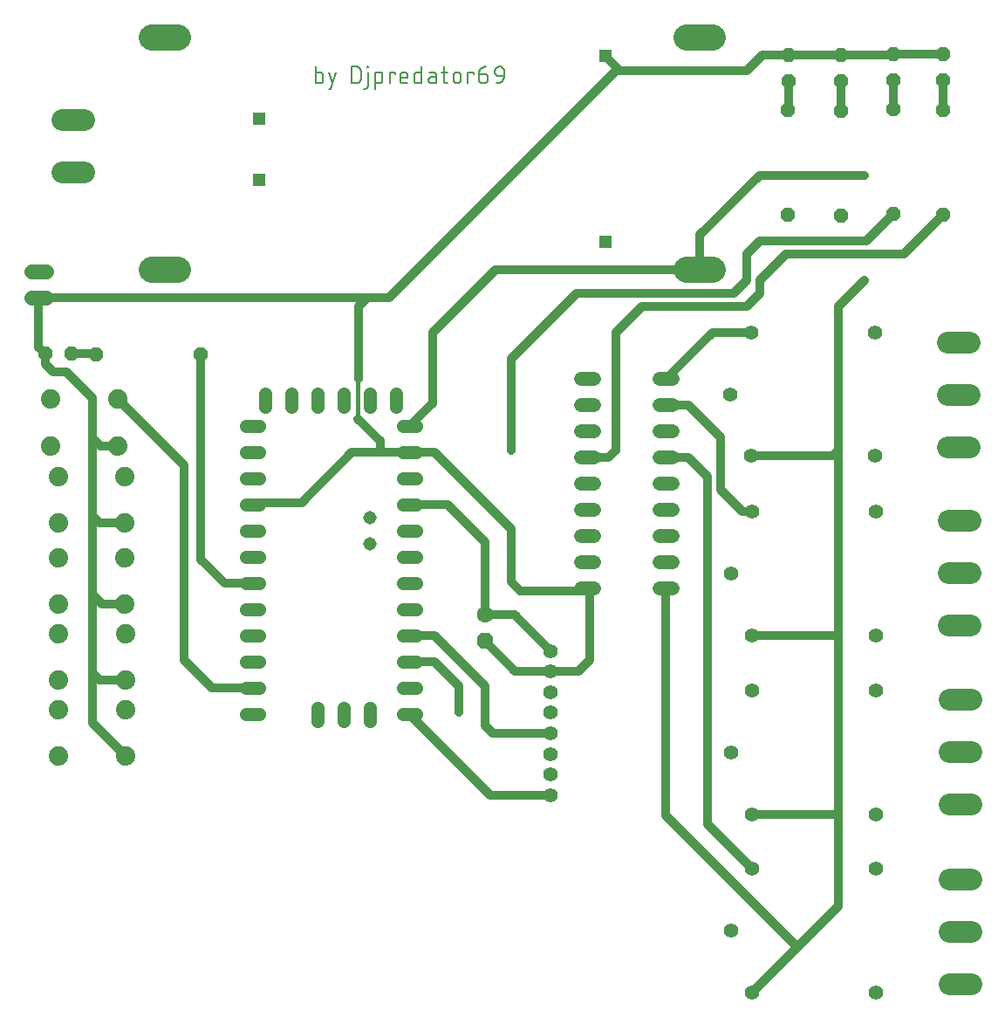
<source format=gbr>
G04 EAGLE Gerber RS-274X export*
G75*
%MOMM*%
%FSLAX34Y34*%
%LPD*%
%INBottom Copper*%
%IPPOS*%
%AMOC8*
5,1,8,0,0,1.08239X$1,22.5*%
G01*
%ADD10C,0.152400*%
%ADD11P,1.732040X8X292.500000*%
%ADD12C,1.600200*%
%ADD13C,2.540000*%
%ADD14P,1.429621X8X292.500000*%
%ADD15P,1.429621X8X112.500000*%
%ADD16C,1.879600*%
%ADD17C,1.422400*%
%ADD18C,1.308000*%
%ADD19C,1.308000*%
%ADD20R,1.308000X1.308000*%
%ADD21C,1.320800*%
%ADD22P,1.429621X8X202.500000*%
%ADD23P,1.429621X8X22.500000*%
%ADD24C,2.095500*%
%ADD25C,1.422400*%
%ADD26C,1.408000*%
%ADD27C,0.812800*%
%ADD28C,0.756400*%
%ADD29C,0.406400*%


D10*
X318262Y944118D02*
X318262Y927862D01*
X322778Y927862D01*
X322882Y927864D01*
X322985Y927870D01*
X323089Y927880D01*
X323192Y927894D01*
X323294Y927912D01*
X323395Y927933D01*
X323496Y927959D01*
X323595Y927988D01*
X323694Y928021D01*
X323791Y928058D01*
X323886Y928099D01*
X323980Y928143D01*
X324072Y928191D01*
X324162Y928242D01*
X324251Y928297D01*
X324337Y928355D01*
X324420Y928417D01*
X324502Y928481D01*
X324580Y928549D01*
X324656Y928619D01*
X324730Y928692D01*
X324800Y928769D01*
X324868Y928847D01*
X324932Y928929D01*
X324994Y929012D01*
X325052Y929098D01*
X325107Y929187D01*
X325158Y929277D01*
X325206Y929369D01*
X325250Y929463D01*
X325291Y929558D01*
X325328Y929655D01*
X325361Y929754D01*
X325390Y929853D01*
X325416Y929954D01*
X325437Y930055D01*
X325455Y930157D01*
X325469Y930260D01*
X325479Y930364D01*
X325485Y930467D01*
X325487Y930571D01*
X325487Y935990D01*
X325485Y936091D01*
X325479Y936192D01*
X325470Y936293D01*
X325457Y936394D01*
X325440Y936494D01*
X325419Y936593D01*
X325395Y936691D01*
X325367Y936788D01*
X325335Y936885D01*
X325300Y936980D01*
X325261Y937073D01*
X325219Y937165D01*
X325173Y937256D01*
X325124Y937345D01*
X325072Y937431D01*
X325016Y937516D01*
X324958Y937599D01*
X324896Y937679D01*
X324831Y937757D01*
X324764Y937833D01*
X324694Y937906D01*
X324621Y937976D01*
X324545Y938043D01*
X324467Y938108D01*
X324387Y938170D01*
X324304Y938228D01*
X324219Y938284D01*
X324133Y938336D01*
X324044Y938385D01*
X323953Y938431D01*
X323861Y938473D01*
X323768Y938512D01*
X323673Y938547D01*
X323576Y938579D01*
X323479Y938607D01*
X323381Y938631D01*
X323282Y938652D01*
X323182Y938669D01*
X323081Y938682D01*
X322980Y938691D01*
X322879Y938697D01*
X322778Y938699D01*
X318262Y938699D01*
X331215Y922443D02*
X333021Y922443D01*
X338440Y938699D01*
X331215Y938699D02*
X334827Y927862D01*
X353237Y927862D02*
X353237Y944118D01*
X357753Y944118D01*
X357884Y944116D01*
X358016Y944110D01*
X358147Y944101D01*
X358277Y944087D01*
X358408Y944070D01*
X358537Y944049D01*
X358666Y944025D01*
X358794Y943996D01*
X358922Y943964D01*
X359048Y943928D01*
X359173Y943889D01*
X359298Y943846D01*
X359420Y943799D01*
X359542Y943749D01*
X359662Y943695D01*
X359780Y943638D01*
X359896Y943577D01*
X360011Y943513D01*
X360124Y943446D01*
X360235Y943375D01*
X360343Y943301D01*
X360450Y943224D01*
X360554Y943144D01*
X360656Y943061D01*
X360755Y942976D01*
X360852Y942887D01*
X360946Y942795D01*
X361038Y942701D01*
X361127Y942604D01*
X361212Y942505D01*
X361295Y942403D01*
X361375Y942299D01*
X361452Y942192D01*
X361526Y942084D01*
X361597Y941973D01*
X361664Y941860D01*
X361728Y941745D01*
X361789Y941629D01*
X361846Y941511D01*
X361900Y941391D01*
X361950Y941269D01*
X361997Y941147D01*
X362040Y941022D01*
X362079Y940897D01*
X362115Y940771D01*
X362147Y940643D01*
X362176Y940515D01*
X362200Y940386D01*
X362221Y940257D01*
X362238Y940126D01*
X362252Y939996D01*
X362261Y939865D01*
X362267Y939733D01*
X362269Y939602D01*
X362268Y939602D02*
X362268Y932378D01*
X362269Y932378D02*
X362267Y932247D01*
X362261Y932115D01*
X362252Y931984D01*
X362238Y931854D01*
X362221Y931723D01*
X362200Y931594D01*
X362176Y931465D01*
X362147Y931337D01*
X362115Y931209D01*
X362079Y931083D01*
X362040Y930958D01*
X361997Y930833D01*
X361950Y930711D01*
X361900Y930589D01*
X361846Y930469D01*
X361789Y930351D01*
X361728Y930235D01*
X361664Y930120D01*
X361597Y930007D01*
X361526Y929896D01*
X361452Y929788D01*
X361375Y929681D01*
X361295Y929577D01*
X361212Y929475D01*
X361127Y929376D01*
X361038Y929279D01*
X360946Y929185D01*
X360852Y929093D01*
X360755Y929004D01*
X360656Y928919D01*
X360554Y928836D01*
X360450Y928756D01*
X360343Y928679D01*
X360235Y928605D01*
X360124Y928534D01*
X360011Y928467D01*
X359896Y928403D01*
X359780Y928342D01*
X359662Y928285D01*
X359542Y928231D01*
X359420Y928181D01*
X359298Y928134D01*
X359173Y928091D01*
X359048Y928052D01*
X358922Y928016D01*
X358794Y927984D01*
X358666Y927955D01*
X358537Y927931D01*
X358407Y927910D01*
X358277Y927893D01*
X358147Y927879D01*
X358016Y927870D01*
X357884Y927864D01*
X357753Y927862D01*
X353237Y927862D01*
X368973Y925153D02*
X368973Y938699D01*
X368972Y925153D02*
X368970Y925049D01*
X368964Y924946D01*
X368954Y924842D01*
X368940Y924739D01*
X368922Y924637D01*
X368901Y924536D01*
X368875Y924435D01*
X368846Y924336D01*
X368813Y924237D01*
X368776Y924140D01*
X368735Y924045D01*
X368691Y923951D01*
X368643Y923859D01*
X368592Y923769D01*
X368537Y923680D01*
X368479Y923594D01*
X368417Y923511D01*
X368353Y923429D01*
X368285Y923351D01*
X368215Y923275D01*
X368142Y923201D01*
X368065Y923131D01*
X367987Y923063D01*
X367905Y922999D01*
X367822Y922937D01*
X367736Y922879D01*
X367647Y922824D01*
X367557Y922773D01*
X367465Y922725D01*
X367371Y922681D01*
X367276Y922640D01*
X367179Y922603D01*
X367080Y922570D01*
X366981Y922541D01*
X366880Y922515D01*
X366779Y922494D01*
X366677Y922476D01*
X366574Y922462D01*
X366470Y922452D01*
X366367Y922446D01*
X366263Y922444D01*
X366263Y922443D02*
X365360Y922443D01*
X368521Y943215D02*
X368521Y944118D01*
X369424Y944118D01*
X369424Y943215D01*
X368521Y943215D01*
X376098Y938699D02*
X376098Y922443D01*
X376098Y938699D02*
X380613Y938699D01*
X380717Y938697D01*
X380820Y938691D01*
X380924Y938681D01*
X381027Y938667D01*
X381129Y938649D01*
X381230Y938628D01*
X381331Y938602D01*
X381430Y938573D01*
X381529Y938540D01*
X381626Y938503D01*
X381721Y938462D01*
X381815Y938418D01*
X381907Y938370D01*
X381997Y938319D01*
X382086Y938264D01*
X382172Y938206D01*
X382255Y938144D01*
X382337Y938080D01*
X382415Y938012D01*
X382491Y937942D01*
X382565Y937869D01*
X382635Y937792D01*
X382703Y937714D01*
X382767Y937632D01*
X382829Y937549D01*
X382887Y937463D01*
X382942Y937374D01*
X382993Y937284D01*
X383041Y937192D01*
X383085Y937098D01*
X383126Y937003D01*
X383163Y936906D01*
X383196Y936807D01*
X383225Y936708D01*
X383251Y936607D01*
X383272Y936506D01*
X383290Y936404D01*
X383304Y936301D01*
X383314Y936197D01*
X383320Y936094D01*
X383322Y935990D01*
X383322Y930571D01*
X383320Y930470D01*
X383314Y930369D01*
X383305Y930268D01*
X383292Y930167D01*
X383275Y930067D01*
X383254Y929968D01*
X383230Y929870D01*
X383202Y929773D01*
X383170Y929676D01*
X383135Y929581D01*
X383096Y929488D01*
X383054Y929396D01*
X383008Y929305D01*
X382959Y929217D01*
X382907Y929130D01*
X382851Y929045D01*
X382793Y928962D01*
X382731Y928882D01*
X382666Y928804D01*
X382599Y928728D01*
X382529Y928655D01*
X382456Y928585D01*
X382380Y928518D01*
X382302Y928453D01*
X382222Y928391D01*
X382139Y928333D01*
X382054Y928277D01*
X381968Y928225D01*
X381879Y928176D01*
X381788Y928130D01*
X381696Y928088D01*
X381603Y928049D01*
X381508Y928014D01*
X381411Y927982D01*
X381314Y927954D01*
X381216Y927930D01*
X381117Y927909D01*
X381017Y927892D01*
X380916Y927879D01*
X380815Y927870D01*
X380714Y927864D01*
X380613Y927862D01*
X376098Y927862D01*
X390177Y927862D02*
X390177Y938699D01*
X395596Y938699D01*
X395596Y936893D01*
X403222Y927862D02*
X407738Y927862D01*
X403222Y927862D02*
X403121Y927864D01*
X403020Y927870D01*
X402919Y927879D01*
X402818Y927892D01*
X402718Y927909D01*
X402619Y927930D01*
X402521Y927954D01*
X402424Y927982D01*
X402327Y928014D01*
X402232Y928049D01*
X402139Y928088D01*
X402047Y928130D01*
X401956Y928176D01*
X401868Y928225D01*
X401781Y928277D01*
X401696Y928333D01*
X401613Y928391D01*
X401533Y928453D01*
X401455Y928518D01*
X401379Y928585D01*
X401306Y928655D01*
X401236Y928728D01*
X401169Y928804D01*
X401104Y928882D01*
X401042Y928962D01*
X400984Y929045D01*
X400928Y929130D01*
X400876Y929217D01*
X400827Y929305D01*
X400781Y929396D01*
X400739Y929488D01*
X400700Y929581D01*
X400665Y929676D01*
X400633Y929773D01*
X400605Y929870D01*
X400581Y929968D01*
X400560Y930067D01*
X400543Y930167D01*
X400530Y930268D01*
X400521Y930369D01*
X400515Y930470D01*
X400513Y930571D01*
X400513Y935087D01*
X400514Y935087D02*
X400516Y935206D01*
X400522Y935326D01*
X400532Y935445D01*
X400546Y935563D01*
X400563Y935682D01*
X400585Y935799D01*
X400610Y935916D01*
X400640Y936031D01*
X400673Y936146D01*
X400710Y936260D01*
X400750Y936372D01*
X400795Y936483D01*
X400843Y936592D01*
X400894Y936700D01*
X400949Y936806D01*
X401008Y936910D01*
X401070Y937012D01*
X401135Y937112D01*
X401204Y937210D01*
X401276Y937306D01*
X401351Y937399D01*
X401428Y937489D01*
X401509Y937577D01*
X401593Y937662D01*
X401680Y937744D01*
X401769Y937824D01*
X401861Y937900D01*
X401955Y937974D01*
X402052Y938044D01*
X402150Y938111D01*
X402251Y938175D01*
X402355Y938235D01*
X402460Y938292D01*
X402567Y938345D01*
X402675Y938395D01*
X402785Y938441D01*
X402897Y938483D01*
X403010Y938522D01*
X403124Y938557D01*
X403239Y938588D01*
X403356Y938616D01*
X403473Y938639D01*
X403590Y938659D01*
X403709Y938675D01*
X403828Y938687D01*
X403947Y938695D01*
X404066Y938699D01*
X404186Y938699D01*
X404305Y938695D01*
X404424Y938687D01*
X404543Y938675D01*
X404662Y938659D01*
X404779Y938639D01*
X404896Y938616D01*
X405013Y938588D01*
X405128Y938557D01*
X405242Y938522D01*
X405355Y938483D01*
X405467Y938441D01*
X405577Y938395D01*
X405685Y938345D01*
X405792Y938292D01*
X405897Y938235D01*
X406001Y938175D01*
X406102Y938111D01*
X406200Y938044D01*
X406297Y937974D01*
X406391Y937900D01*
X406483Y937824D01*
X406572Y937744D01*
X406659Y937662D01*
X406743Y937577D01*
X406824Y937489D01*
X406901Y937399D01*
X406976Y937306D01*
X407048Y937210D01*
X407117Y937112D01*
X407182Y937012D01*
X407244Y936910D01*
X407303Y936806D01*
X407358Y936700D01*
X407409Y936592D01*
X407457Y936483D01*
X407502Y936372D01*
X407542Y936260D01*
X407579Y936146D01*
X407612Y936031D01*
X407642Y935916D01*
X407667Y935799D01*
X407689Y935682D01*
X407706Y935563D01*
X407720Y935445D01*
X407730Y935326D01*
X407736Y935206D01*
X407738Y935087D01*
X407738Y933281D01*
X400513Y933281D01*
X421212Y927862D02*
X421212Y944118D01*
X421212Y927862D02*
X416696Y927862D01*
X416595Y927864D01*
X416494Y927870D01*
X416393Y927879D01*
X416292Y927892D01*
X416192Y927909D01*
X416093Y927930D01*
X415995Y927954D01*
X415898Y927982D01*
X415801Y928014D01*
X415706Y928049D01*
X415613Y928088D01*
X415521Y928130D01*
X415430Y928176D01*
X415342Y928225D01*
X415255Y928277D01*
X415170Y928333D01*
X415087Y928391D01*
X415007Y928453D01*
X414929Y928518D01*
X414853Y928585D01*
X414780Y928655D01*
X414710Y928728D01*
X414643Y928804D01*
X414578Y928882D01*
X414516Y928962D01*
X414458Y929045D01*
X414402Y929130D01*
X414350Y929217D01*
X414301Y929305D01*
X414255Y929396D01*
X414213Y929488D01*
X414174Y929581D01*
X414139Y929676D01*
X414107Y929773D01*
X414079Y929870D01*
X414055Y929968D01*
X414034Y930067D01*
X414017Y930167D01*
X414004Y930268D01*
X413995Y930369D01*
X413989Y930470D01*
X413987Y930571D01*
X413987Y935990D01*
X413989Y936091D01*
X413995Y936192D01*
X414004Y936293D01*
X414017Y936394D01*
X414034Y936494D01*
X414055Y936593D01*
X414079Y936691D01*
X414107Y936788D01*
X414139Y936885D01*
X414174Y936980D01*
X414213Y937073D01*
X414255Y937165D01*
X414301Y937256D01*
X414350Y937345D01*
X414402Y937431D01*
X414458Y937516D01*
X414516Y937599D01*
X414578Y937679D01*
X414643Y937757D01*
X414710Y937833D01*
X414780Y937906D01*
X414853Y937976D01*
X414929Y938043D01*
X415007Y938108D01*
X415087Y938170D01*
X415170Y938228D01*
X415255Y938284D01*
X415342Y938336D01*
X415430Y938385D01*
X415521Y938431D01*
X415613Y938473D01*
X415706Y938512D01*
X415801Y938547D01*
X415898Y938579D01*
X415995Y938607D01*
X416093Y938631D01*
X416192Y938652D01*
X416292Y938669D01*
X416393Y938682D01*
X416494Y938691D01*
X416595Y938697D01*
X416696Y938699D01*
X421212Y938699D01*
X431216Y934184D02*
X435280Y934184D01*
X431216Y934184D02*
X431104Y934182D01*
X430993Y934176D01*
X430882Y934166D01*
X430771Y934153D01*
X430661Y934135D01*
X430552Y934113D01*
X430443Y934088D01*
X430335Y934059D01*
X430229Y934026D01*
X430123Y933989D01*
X430019Y933949D01*
X429917Y933905D01*
X429816Y933857D01*
X429717Y933806D01*
X429619Y933751D01*
X429524Y933693D01*
X429431Y933632D01*
X429340Y933567D01*
X429251Y933499D01*
X429165Y933428D01*
X429082Y933355D01*
X429001Y933278D01*
X428922Y933198D01*
X428847Y933116D01*
X428775Y933031D01*
X428705Y932944D01*
X428639Y932854D01*
X428576Y932762D01*
X428516Y932667D01*
X428460Y932571D01*
X428407Y932473D01*
X428358Y932373D01*
X428312Y932271D01*
X428270Y932168D01*
X428231Y932063D01*
X428196Y931957D01*
X428165Y931850D01*
X428138Y931742D01*
X428114Y931633D01*
X428095Y931523D01*
X428079Y931413D01*
X428067Y931302D01*
X428059Y931190D01*
X428055Y931079D01*
X428055Y930967D01*
X428059Y930856D01*
X428067Y930744D01*
X428079Y930633D01*
X428095Y930523D01*
X428114Y930413D01*
X428138Y930304D01*
X428165Y930196D01*
X428196Y930089D01*
X428231Y929983D01*
X428270Y929878D01*
X428312Y929775D01*
X428358Y929673D01*
X428407Y929573D01*
X428460Y929475D01*
X428516Y929379D01*
X428576Y929284D01*
X428639Y929192D01*
X428705Y929102D01*
X428775Y929015D01*
X428847Y928930D01*
X428922Y928848D01*
X429001Y928768D01*
X429082Y928691D01*
X429165Y928618D01*
X429251Y928547D01*
X429340Y928479D01*
X429431Y928414D01*
X429524Y928353D01*
X429619Y928295D01*
X429717Y928240D01*
X429816Y928189D01*
X429917Y928141D01*
X430019Y928097D01*
X430123Y928057D01*
X430229Y928020D01*
X430335Y927987D01*
X430443Y927958D01*
X430552Y927933D01*
X430661Y927911D01*
X430771Y927893D01*
X430882Y927880D01*
X430993Y927870D01*
X431104Y927864D01*
X431216Y927862D01*
X435280Y927862D01*
X435280Y935990D01*
X435278Y936091D01*
X435272Y936192D01*
X435263Y936293D01*
X435250Y936394D01*
X435233Y936494D01*
X435212Y936593D01*
X435188Y936691D01*
X435160Y936788D01*
X435128Y936885D01*
X435093Y936980D01*
X435054Y937073D01*
X435012Y937165D01*
X434966Y937256D01*
X434917Y937345D01*
X434865Y937431D01*
X434809Y937516D01*
X434751Y937599D01*
X434689Y937679D01*
X434624Y937757D01*
X434557Y937833D01*
X434487Y937906D01*
X434414Y937976D01*
X434338Y938043D01*
X434260Y938108D01*
X434180Y938170D01*
X434097Y938228D01*
X434012Y938284D01*
X433926Y938336D01*
X433837Y938385D01*
X433746Y938431D01*
X433654Y938473D01*
X433561Y938512D01*
X433466Y938547D01*
X433369Y938579D01*
X433272Y938607D01*
X433174Y938631D01*
X433075Y938652D01*
X432975Y938669D01*
X432874Y938682D01*
X432773Y938691D01*
X432672Y938697D01*
X432571Y938699D01*
X428958Y938699D01*
X440899Y938699D02*
X446318Y938699D01*
X442705Y944118D02*
X442705Y930571D01*
X442706Y930571D02*
X442708Y930470D01*
X442714Y930369D01*
X442723Y930268D01*
X442736Y930167D01*
X442753Y930067D01*
X442774Y929968D01*
X442798Y929870D01*
X442826Y929773D01*
X442858Y929676D01*
X442893Y929581D01*
X442932Y929488D01*
X442974Y929396D01*
X443020Y929305D01*
X443069Y929217D01*
X443121Y929130D01*
X443177Y929045D01*
X443235Y928962D01*
X443297Y928882D01*
X443362Y928804D01*
X443429Y928728D01*
X443499Y928655D01*
X443572Y928585D01*
X443648Y928518D01*
X443726Y928453D01*
X443806Y928391D01*
X443889Y928333D01*
X443974Y928277D01*
X444061Y928225D01*
X444149Y928176D01*
X444240Y928130D01*
X444332Y928088D01*
X444425Y928049D01*
X444520Y928014D01*
X444617Y927982D01*
X444714Y927954D01*
X444812Y927930D01*
X444911Y927909D01*
X445011Y927892D01*
X445112Y927879D01*
X445213Y927870D01*
X445314Y927864D01*
X445415Y927862D01*
X446318Y927862D01*
X452096Y931474D02*
X452096Y935087D01*
X452097Y935087D02*
X452099Y935206D01*
X452105Y935326D01*
X452115Y935445D01*
X452129Y935563D01*
X452146Y935682D01*
X452168Y935799D01*
X452193Y935916D01*
X452223Y936031D01*
X452256Y936146D01*
X452293Y936260D01*
X452333Y936372D01*
X452378Y936483D01*
X452426Y936592D01*
X452477Y936700D01*
X452532Y936806D01*
X452591Y936910D01*
X452653Y937012D01*
X452718Y937112D01*
X452787Y937210D01*
X452859Y937306D01*
X452934Y937399D01*
X453011Y937489D01*
X453092Y937577D01*
X453176Y937662D01*
X453263Y937744D01*
X453352Y937824D01*
X453444Y937900D01*
X453538Y937974D01*
X453635Y938044D01*
X453733Y938111D01*
X453834Y938175D01*
X453938Y938235D01*
X454043Y938292D01*
X454150Y938345D01*
X454258Y938395D01*
X454368Y938441D01*
X454480Y938483D01*
X454593Y938522D01*
X454707Y938557D01*
X454822Y938588D01*
X454939Y938616D01*
X455056Y938639D01*
X455173Y938659D01*
X455292Y938675D01*
X455411Y938687D01*
X455530Y938695D01*
X455649Y938699D01*
X455769Y938699D01*
X455888Y938695D01*
X456007Y938687D01*
X456126Y938675D01*
X456245Y938659D01*
X456362Y938639D01*
X456479Y938616D01*
X456596Y938588D01*
X456711Y938557D01*
X456825Y938522D01*
X456938Y938483D01*
X457050Y938441D01*
X457160Y938395D01*
X457268Y938345D01*
X457375Y938292D01*
X457480Y938235D01*
X457584Y938175D01*
X457685Y938111D01*
X457783Y938044D01*
X457880Y937974D01*
X457974Y937900D01*
X458066Y937824D01*
X458155Y937744D01*
X458242Y937662D01*
X458326Y937577D01*
X458407Y937489D01*
X458484Y937399D01*
X458559Y937306D01*
X458631Y937210D01*
X458700Y937112D01*
X458765Y937012D01*
X458827Y936910D01*
X458886Y936806D01*
X458941Y936700D01*
X458992Y936592D01*
X459040Y936483D01*
X459085Y936372D01*
X459125Y936260D01*
X459162Y936146D01*
X459195Y936031D01*
X459225Y935916D01*
X459250Y935799D01*
X459272Y935682D01*
X459289Y935563D01*
X459303Y935445D01*
X459313Y935326D01*
X459319Y935206D01*
X459321Y935087D01*
X459321Y931474D01*
X459319Y931355D01*
X459313Y931235D01*
X459303Y931116D01*
X459289Y930998D01*
X459272Y930879D01*
X459250Y930762D01*
X459225Y930645D01*
X459195Y930530D01*
X459162Y930415D01*
X459125Y930301D01*
X459085Y930189D01*
X459040Y930078D01*
X458992Y929969D01*
X458941Y929861D01*
X458886Y929755D01*
X458827Y929651D01*
X458765Y929549D01*
X458700Y929449D01*
X458631Y929351D01*
X458559Y929255D01*
X458484Y929162D01*
X458407Y929072D01*
X458326Y928984D01*
X458242Y928899D01*
X458155Y928817D01*
X458066Y928737D01*
X457974Y928661D01*
X457880Y928587D01*
X457783Y928517D01*
X457685Y928450D01*
X457584Y928386D01*
X457480Y928326D01*
X457375Y928269D01*
X457268Y928216D01*
X457160Y928166D01*
X457050Y928120D01*
X456938Y928078D01*
X456825Y928039D01*
X456711Y928004D01*
X456596Y927973D01*
X456479Y927945D01*
X456362Y927922D01*
X456245Y927902D01*
X456126Y927886D01*
X456007Y927874D01*
X455888Y927866D01*
X455769Y927862D01*
X455649Y927862D01*
X455530Y927866D01*
X455411Y927874D01*
X455292Y927886D01*
X455173Y927902D01*
X455056Y927922D01*
X454939Y927945D01*
X454822Y927973D01*
X454707Y928004D01*
X454593Y928039D01*
X454480Y928078D01*
X454368Y928120D01*
X454258Y928166D01*
X454150Y928216D01*
X454043Y928269D01*
X453938Y928326D01*
X453834Y928386D01*
X453733Y928450D01*
X453635Y928517D01*
X453538Y928587D01*
X453444Y928661D01*
X453352Y928737D01*
X453263Y928817D01*
X453176Y928899D01*
X453092Y928984D01*
X453011Y929072D01*
X452934Y929162D01*
X452859Y929255D01*
X452787Y929351D01*
X452718Y929449D01*
X452653Y929549D01*
X452591Y929651D01*
X452532Y929755D01*
X452477Y929861D01*
X452426Y929969D01*
X452378Y930078D01*
X452333Y930189D01*
X452293Y930301D01*
X452256Y930415D01*
X452223Y930530D01*
X452193Y930645D01*
X452168Y930762D01*
X452146Y930879D01*
X452129Y930998D01*
X452115Y931116D01*
X452105Y931235D01*
X452099Y931355D01*
X452097Y931474D01*
X466249Y927862D02*
X466249Y938699D01*
X471668Y938699D01*
X471668Y936893D01*
X476724Y936893D02*
X482143Y936893D01*
X482261Y936891D01*
X482379Y936885D01*
X482497Y936876D01*
X482614Y936862D01*
X482731Y936845D01*
X482848Y936824D01*
X482963Y936799D01*
X483078Y936770D01*
X483192Y936737D01*
X483304Y936701D01*
X483415Y936661D01*
X483525Y936618D01*
X483634Y936571D01*
X483741Y936521D01*
X483846Y936466D01*
X483949Y936409D01*
X484050Y936348D01*
X484150Y936284D01*
X484247Y936217D01*
X484342Y936147D01*
X484434Y936073D01*
X484525Y935997D01*
X484612Y935917D01*
X484697Y935835D01*
X484779Y935750D01*
X484859Y935663D01*
X484935Y935572D01*
X485009Y935480D01*
X485079Y935385D01*
X485146Y935288D01*
X485210Y935188D01*
X485271Y935087D01*
X485328Y934984D01*
X485383Y934879D01*
X485433Y934772D01*
X485480Y934663D01*
X485523Y934553D01*
X485563Y934442D01*
X485599Y934330D01*
X485632Y934216D01*
X485661Y934101D01*
X485686Y933986D01*
X485707Y933869D01*
X485724Y933752D01*
X485738Y933635D01*
X485747Y933517D01*
X485753Y933399D01*
X485755Y933281D01*
X485755Y932378D01*
X485756Y932378D02*
X485754Y932245D01*
X485748Y932113D01*
X485738Y931981D01*
X485725Y931849D01*
X485707Y931717D01*
X485686Y931587D01*
X485661Y931456D01*
X485632Y931327D01*
X485599Y931199D01*
X485563Y931071D01*
X485523Y930945D01*
X485479Y930820D01*
X485431Y930696D01*
X485380Y930574D01*
X485325Y930453D01*
X485267Y930334D01*
X485205Y930216D01*
X485140Y930101D01*
X485071Y929987D01*
X485000Y929876D01*
X484924Y929767D01*
X484846Y929660D01*
X484765Y929555D01*
X484680Y929453D01*
X484593Y929353D01*
X484503Y929256D01*
X484410Y929161D01*
X484314Y929070D01*
X484216Y928981D01*
X484115Y928895D01*
X484011Y928812D01*
X483905Y928732D01*
X483797Y928656D01*
X483687Y928582D01*
X483574Y928512D01*
X483460Y928445D01*
X483343Y928382D01*
X483225Y928322D01*
X483105Y928265D01*
X482983Y928212D01*
X482860Y928163D01*
X482736Y928117D01*
X482610Y928075D01*
X482483Y928037D01*
X482355Y928002D01*
X482226Y927971D01*
X482097Y927944D01*
X481966Y927921D01*
X481835Y927901D01*
X481703Y927886D01*
X481571Y927874D01*
X481439Y927866D01*
X481306Y927862D01*
X481174Y927862D01*
X481041Y927866D01*
X480909Y927874D01*
X480777Y927886D01*
X480645Y927901D01*
X480514Y927921D01*
X480383Y927944D01*
X480254Y927971D01*
X480125Y928002D01*
X479997Y928037D01*
X479870Y928075D01*
X479744Y928117D01*
X479620Y928163D01*
X479497Y928212D01*
X479375Y928265D01*
X479255Y928322D01*
X479137Y928382D01*
X479020Y928445D01*
X478906Y928512D01*
X478793Y928582D01*
X478683Y928656D01*
X478575Y928732D01*
X478469Y928812D01*
X478365Y928895D01*
X478264Y928981D01*
X478166Y929070D01*
X478070Y929161D01*
X477977Y929256D01*
X477887Y929353D01*
X477800Y929453D01*
X477715Y929555D01*
X477634Y929660D01*
X477556Y929767D01*
X477480Y929876D01*
X477409Y929987D01*
X477340Y930101D01*
X477275Y930216D01*
X477213Y930334D01*
X477155Y930453D01*
X477100Y930574D01*
X477049Y930696D01*
X477001Y930820D01*
X476957Y930945D01*
X476917Y931071D01*
X476881Y931199D01*
X476848Y931327D01*
X476819Y931456D01*
X476794Y931587D01*
X476773Y931717D01*
X476755Y931849D01*
X476742Y931981D01*
X476732Y932113D01*
X476726Y932245D01*
X476724Y932378D01*
X476724Y936893D01*
X476726Y937070D01*
X476733Y937248D01*
X476744Y937425D01*
X476759Y937601D01*
X476778Y937777D01*
X476802Y937953D01*
X476830Y938128D01*
X476863Y938303D01*
X476900Y938476D01*
X476941Y938649D01*
X476986Y938820D01*
X477035Y938990D01*
X477089Y939159D01*
X477146Y939327D01*
X477208Y939493D01*
X477274Y939658D01*
X477344Y939821D01*
X477418Y939982D01*
X477495Y940141D01*
X477577Y940299D01*
X477663Y940454D01*
X477752Y940607D01*
X477845Y940758D01*
X477942Y940907D01*
X478042Y941053D01*
X478146Y941197D01*
X478253Y941338D01*
X478364Y941476D01*
X478478Y941612D01*
X478596Y941745D01*
X478716Y941875D01*
X478840Y942002D01*
X478967Y942126D01*
X479097Y942246D01*
X479230Y942364D01*
X479365Y942478D01*
X479504Y942589D01*
X479645Y942696D01*
X479789Y942800D01*
X479935Y942900D01*
X480084Y942997D01*
X480235Y943090D01*
X480388Y943179D01*
X480543Y943265D01*
X480701Y943347D01*
X480860Y943424D01*
X481021Y943498D01*
X481184Y943568D01*
X481349Y943634D01*
X481515Y943696D01*
X481683Y943753D01*
X481852Y943807D01*
X482022Y943856D01*
X482193Y943901D01*
X482366Y943942D01*
X482539Y943979D01*
X482714Y944012D01*
X482889Y944040D01*
X483065Y944064D01*
X483241Y944083D01*
X483417Y944098D01*
X483594Y944109D01*
X483772Y944116D01*
X483949Y944118D01*
X495968Y935087D02*
X501386Y935087D01*
X495968Y935087D02*
X495850Y935089D01*
X495732Y935095D01*
X495614Y935104D01*
X495497Y935118D01*
X495380Y935135D01*
X495263Y935156D01*
X495148Y935181D01*
X495033Y935210D01*
X494919Y935243D01*
X494807Y935279D01*
X494696Y935319D01*
X494586Y935362D01*
X494477Y935409D01*
X494370Y935459D01*
X494265Y935514D01*
X494162Y935571D01*
X494061Y935632D01*
X493961Y935696D01*
X493864Y935763D01*
X493769Y935833D01*
X493677Y935907D01*
X493586Y935983D01*
X493499Y936063D01*
X493414Y936145D01*
X493332Y936230D01*
X493252Y936317D01*
X493176Y936408D01*
X493102Y936500D01*
X493032Y936595D01*
X492965Y936692D01*
X492901Y936792D01*
X492840Y936893D01*
X492783Y936996D01*
X492728Y937101D01*
X492678Y937208D01*
X492631Y937317D01*
X492588Y937427D01*
X492548Y937538D01*
X492512Y937650D01*
X492479Y937764D01*
X492450Y937879D01*
X492425Y937994D01*
X492404Y938111D01*
X492387Y938228D01*
X492373Y938345D01*
X492364Y938463D01*
X492358Y938581D01*
X492356Y938699D01*
X492355Y938699D02*
X492355Y939602D01*
X492357Y939735D01*
X492363Y939867D01*
X492373Y939999D01*
X492386Y940131D01*
X492404Y940263D01*
X492425Y940393D01*
X492450Y940524D01*
X492479Y940653D01*
X492512Y940781D01*
X492548Y940909D01*
X492588Y941035D01*
X492632Y941160D01*
X492680Y941284D01*
X492731Y941406D01*
X492786Y941527D01*
X492844Y941646D01*
X492906Y941764D01*
X492971Y941879D01*
X493040Y941993D01*
X493111Y942104D01*
X493187Y942213D01*
X493265Y942320D01*
X493346Y942425D01*
X493431Y942527D01*
X493518Y942627D01*
X493608Y942724D01*
X493701Y942819D01*
X493797Y942910D01*
X493895Y942999D01*
X493996Y943085D01*
X494100Y943168D01*
X494206Y943248D01*
X494314Y943324D01*
X494424Y943398D01*
X494537Y943468D01*
X494651Y943535D01*
X494768Y943598D01*
X494886Y943658D01*
X495006Y943715D01*
X495128Y943768D01*
X495251Y943817D01*
X495375Y943863D01*
X495501Y943905D01*
X495628Y943943D01*
X495756Y943978D01*
X495885Y944009D01*
X496014Y944036D01*
X496145Y944059D01*
X496276Y944079D01*
X496408Y944094D01*
X496540Y944106D01*
X496672Y944114D01*
X496805Y944118D01*
X496937Y944118D01*
X497070Y944114D01*
X497202Y944106D01*
X497334Y944094D01*
X497466Y944079D01*
X497597Y944059D01*
X497728Y944036D01*
X497857Y944009D01*
X497986Y943978D01*
X498114Y943943D01*
X498241Y943905D01*
X498367Y943863D01*
X498491Y943817D01*
X498614Y943768D01*
X498736Y943715D01*
X498856Y943658D01*
X498974Y943598D01*
X499091Y943535D01*
X499205Y943468D01*
X499318Y943398D01*
X499428Y943324D01*
X499536Y943248D01*
X499642Y943168D01*
X499746Y943085D01*
X499847Y942999D01*
X499945Y942910D01*
X500041Y942819D01*
X500134Y942724D01*
X500224Y942627D01*
X500311Y942527D01*
X500396Y942425D01*
X500477Y942320D01*
X500555Y942213D01*
X500631Y942104D01*
X500702Y941993D01*
X500771Y941879D01*
X500836Y941764D01*
X500898Y941646D01*
X500956Y941527D01*
X501011Y941406D01*
X501062Y941284D01*
X501110Y941160D01*
X501154Y941035D01*
X501194Y940909D01*
X501230Y940781D01*
X501263Y940653D01*
X501292Y940524D01*
X501317Y940393D01*
X501338Y940263D01*
X501356Y940131D01*
X501369Y939999D01*
X501379Y939867D01*
X501385Y939735D01*
X501387Y939602D01*
X501386Y939602D02*
X501386Y935087D01*
X501384Y934912D01*
X501378Y934738D01*
X501367Y934564D01*
X501352Y934390D01*
X501333Y934216D01*
X501310Y934043D01*
X501283Y933871D01*
X501251Y933699D01*
X501216Y933528D01*
X501176Y933358D01*
X501132Y933189D01*
X501084Y933021D01*
X501032Y932854D01*
X500976Y932689D01*
X500916Y932525D01*
X500853Y932362D01*
X500785Y932202D01*
X500713Y932042D01*
X500638Y931885D01*
X500558Y931729D01*
X500475Y931576D01*
X500389Y931424D01*
X500298Y931275D01*
X500204Y931128D01*
X500107Y930983D01*
X500006Y930840D01*
X499902Y930700D01*
X499794Y930563D01*
X499683Y930428D01*
X499569Y930296D01*
X499452Y930167D01*
X499331Y930040D01*
X499208Y929917D01*
X499081Y929796D01*
X498952Y929679D01*
X498820Y929565D01*
X498685Y929454D01*
X498548Y929346D01*
X498408Y929242D01*
X498265Y929141D01*
X498120Y929044D01*
X497973Y928950D01*
X497824Y928859D01*
X497672Y928773D01*
X497519Y928690D01*
X497363Y928610D01*
X497206Y928535D01*
X497046Y928463D01*
X496886Y928395D01*
X496723Y928332D01*
X496559Y928272D01*
X496394Y928216D01*
X496227Y928164D01*
X496059Y928116D01*
X495890Y928072D01*
X495720Y928032D01*
X495549Y927997D01*
X495377Y927965D01*
X495205Y927938D01*
X495032Y927915D01*
X494858Y927896D01*
X494684Y927881D01*
X494510Y927870D01*
X494336Y927864D01*
X494161Y927862D01*
D11*
X482600Y386715D03*
D12*
X482600Y412115D03*
D13*
X184785Y972312D02*
X159385Y972312D01*
X159385Y747268D02*
X184785Y747268D01*
X678815Y972312D02*
X704215Y972312D01*
X704215Y747268D02*
X678815Y747268D01*
D14*
X777240Y955040D03*
X777240Y929640D03*
X828675Y955040D03*
X828675Y929640D03*
D15*
X776605Y800100D03*
X776605Y901700D03*
X828040Y799465D03*
X828040Y901065D03*
D16*
X133477Y501269D03*
X68453Y501269D03*
X133477Y546481D03*
X68453Y546481D03*
D17*
X546100Y377340D03*
X546100Y357340D03*
X546100Y337340D03*
X546100Y317340D03*
X546100Y297340D03*
X546100Y277340D03*
X546100Y257340D03*
X546100Y237340D03*
D18*
X269875Y613855D02*
X269875Y626935D01*
X295275Y626935D02*
X295275Y613855D01*
X320675Y613855D02*
X320675Y626935D01*
X346075Y626935D02*
X346075Y613855D01*
X371475Y613855D02*
X371475Y626935D01*
X396875Y626935D02*
X396875Y613855D01*
X263715Y594995D02*
X250635Y594995D01*
X250635Y569595D02*
X263715Y569595D01*
X263715Y544195D02*
X250635Y544195D01*
X250635Y518795D02*
X263715Y518795D01*
X263715Y493395D02*
X250635Y493395D01*
X250635Y467995D02*
X263715Y467995D01*
X263715Y442595D02*
X250635Y442595D01*
X250635Y417195D02*
X263715Y417195D01*
X263715Y391795D02*
X250635Y391795D01*
X250635Y366395D02*
X263715Y366395D01*
X263715Y340995D02*
X250635Y340995D01*
X250635Y315595D02*
X263715Y315595D01*
X403035Y594995D02*
X416115Y594995D01*
X416115Y569595D02*
X403035Y569595D01*
X403035Y544195D02*
X416115Y544195D01*
X416115Y518795D02*
X403035Y518795D01*
X403035Y493395D02*
X416115Y493395D01*
X416115Y467995D02*
X403035Y467995D01*
X403035Y442595D02*
X416115Y442595D01*
X416115Y417195D02*
X403035Y417195D01*
X403035Y391795D02*
X416115Y391795D01*
X416115Y366395D02*
X403035Y366395D01*
X403035Y340995D02*
X416115Y340995D01*
X416115Y315595D02*
X403035Y315595D01*
X371475Y322135D02*
X371475Y309055D01*
X346075Y309055D02*
X346075Y322135D01*
X320675Y322135D02*
X320675Y309055D01*
D19*
X371475Y506095D03*
X371475Y480695D03*
D20*
X263300Y834300D03*
X263300Y893300D03*
X599300Y954300D03*
X599300Y774300D03*
D21*
X588899Y640715D02*
X575691Y640715D01*
X575691Y615315D02*
X588899Y615315D01*
X588899Y488315D02*
X575691Y488315D01*
X575691Y462915D02*
X588899Y462915D01*
X588899Y589915D02*
X575691Y589915D01*
X575691Y564515D02*
X588899Y564515D01*
X588899Y513715D02*
X575691Y513715D01*
X575691Y539115D02*
X588899Y539115D01*
X588899Y437515D02*
X575691Y437515D01*
X651891Y437515D02*
X665099Y437515D01*
X665099Y462915D02*
X651891Y462915D01*
X651891Y488315D02*
X665099Y488315D01*
X665099Y513715D02*
X651891Y513715D01*
X651891Y539115D02*
X665099Y539115D01*
X665099Y564515D02*
X651891Y564515D01*
X651891Y589915D02*
X665099Y589915D01*
X665099Y615315D02*
X651891Y615315D01*
X651891Y640715D02*
X665099Y640715D01*
D16*
X133477Y422529D03*
X68453Y422529D03*
X133477Y467741D03*
X68453Y467741D03*
X134112Y348869D03*
X69088Y348869D03*
X134112Y394081D03*
X69088Y394081D03*
X134112Y275209D03*
X69088Y275209D03*
X134112Y320421D03*
X69088Y320421D03*
X126492Y576199D03*
X61468Y576199D03*
X126492Y621411D03*
X61468Y621411D03*
D15*
X878840Y800735D03*
X878840Y902335D03*
X927100Y800100D03*
X927100Y901700D03*
D14*
X878840Y955675D03*
X878840Y930275D03*
X927100Y955675D03*
X927100Y930275D03*
D22*
X207010Y664845D03*
X105410Y664845D03*
D23*
X55880Y665480D03*
X81280Y665480D03*
D24*
X72073Y892810D02*
X93028Y892810D01*
X93028Y842010D02*
X72073Y842010D01*
D25*
X56642Y720090D02*
X42418Y720090D01*
X42418Y745490D02*
X56642Y745490D01*
D26*
X861120Y566180D03*
X741120Y686180D03*
X721120Y626180D03*
X861120Y686180D03*
X741120Y566180D03*
X861755Y392190D03*
X741755Y512190D03*
X721755Y452190D03*
X861755Y512190D03*
X741755Y392190D03*
X861755Y218835D03*
X741755Y338835D03*
X721755Y278835D03*
X861755Y338835D03*
X741755Y218835D03*
X861755Y46115D03*
X741755Y166115D03*
X721755Y106115D03*
X861755Y166115D03*
X741755Y46115D03*
D24*
X931863Y574675D02*
X952818Y574675D01*
X952818Y625475D02*
X931863Y625475D01*
X931863Y676275D02*
X952818Y676275D01*
X953453Y401955D02*
X932498Y401955D01*
X932498Y452755D02*
X953453Y452755D01*
X953453Y503555D02*
X932498Y503555D01*
X933133Y228600D02*
X954088Y228600D01*
X954088Y279400D02*
X933133Y279400D01*
X933133Y330200D02*
X954088Y330200D01*
X954088Y54610D02*
X933133Y54610D01*
X933133Y105410D02*
X954088Y105410D01*
X954088Y156210D02*
X933133Y156210D01*
D27*
X852805Y774700D02*
X878840Y800735D01*
X852805Y774700D02*
X749300Y774700D01*
X736600Y762000D01*
X736600Y736600D01*
X723900Y723900D01*
X571500Y723900D02*
X508000Y660400D01*
X508000Y571500D01*
D28*
X508000Y571500D03*
D27*
X571500Y723900D02*
X723900Y723900D01*
X889000Y762000D02*
X927100Y800100D01*
X889000Y762000D02*
X774700Y762000D01*
X749300Y736600D01*
X749300Y723900D01*
X736600Y711200D01*
X635000Y711200D01*
X609600Y685800D01*
X609600Y571500D01*
X602615Y564515D01*
X582295Y564515D01*
X777240Y902335D02*
X777240Y929640D01*
X777240Y902335D02*
X776605Y901700D01*
X828040Y929005D02*
X828675Y929640D01*
X828040Y929005D02*
X828040Y901065D01*
X878840Y902335D02*
X878840Y930275D01*
X927100Y930275D02*
X927100Y901700D01*
X611700Y941900D02*
X599300Y954300D01*
X611700Y941900D02*
X613800Y939800D01*
X751840Y955040D02*
X777240Y955040D01*
X736600Y939800D02*
X613800Y939800D01*
X736600Y939800D02*
X751840Y955040D01*
X777240Y955040D02*
X828675Y955040D01*
X878205Y955040D01*
X878840Y955675D01*
X927100Y955675D01*
X611700Y941900D02*
X389890Y720090D01*
X368300Y720090D01*
X49530Y720090D01*
X49530Y671830D01*
X55880Y665480D01*
X55880Y655320D01*
X63500Y647700D01*
X76200Y647700D01*
X101600Y307721D02*
X134112Y275209D01*
X101600Y622300D02*
X76200Y647700D01*
X101600Y622300D02*
X101600Y584200D01*
X101600Y508000D01*
X101600Y431800D01*
X101600Y355600D01*
X101600Y307721D01*
X108331Y348869D02*
X134112Y348869D01*
X108331Y348869D02*
X101600Y355600D01*
X110871Y422529D02*
X133477Y422529D01*
X110871Y422529D02*
X101600Y431800D01*
X108331Y501269D02*
X133477Y501269D01*
X108331Y501269D02*
X101600Y508000D01*
X109601Y576199D02*
X126492Y576199D01*
X109601Y576199D02*
X101600Y584200D01*
X257175Y518795D02*
X259080Y520700D01*
X353695Y569595D02*
X381000Y569595D01*
X409575Y569595D01*
X304800Y520700D02*
X259080Y520700D01*
X304800Y520700D02*
X353695Y569595D01*
X381000Y569595D02*
X381000Y580675D01*
X359531Y602144D01*
D29*
X359531Y640527D01*
X359775Y640771D01*
D27*
X359775Y711565D01*
X368300Y720090D01*
X482600Y386715D02*
X511975Y357340D01*
X546100Y357340D01*
X573240Y357340D01*
X584200Y368300D01*
X584200Y435610D01*
X582295Y437515D01*
X433705Y569595D02*
X409575Y569595D01*
X508000Y495300D02*
X508000Y444500D01*
X516890Y435610D01*
X584200Y435610D01*
X508000Y495300D02*
X433705Y569595D01*
X190500Y557403D02*
X126492Y621411D01*
X190500Y368300D02*
X217805Y340995D01*
X257175Y340995D01*
X190500Y368300D02*
X190500Y557403D01*
X207010Y466090D02*
X207010Y664845D01*
X230505Y442595D02*
X257175Y442595D01*
X230505Y442595D02*
X207010Y466090D01*
X104775Y665480D02*
X81280Y665480D01*
X104775Y665480D02*
X105410Y664845D01*
X493268Y747268D02*
X691515Y747268D01*
X493268Y747268D02*
X431800Y685800D01*
X431800Y617220D01*
X409575Y594995D01*
X691515Y747268D02*
X691515Y780415D01*
X749300Y838200D01*
X850900Y838200D01*
D28*
X850900Y838200D03*
X850900Y736600D03*
D27*
X825500Y711200D01*
X825500Y571500D01*
X825500Y393700D01*
X825500Y215900D01*
X825500Y129860D01*
X785970Y90330D01*
X741755Y46115D01*
X741755Y218835D02*
X822565Y218835D01*
X825500Y215900D01*
X823990Y392190D02*
X741755Y392190D01*
X823990Y392190D02*
X825500Y393700D01*
X820180Y566180D02*
X741120Y566180D01*
X820180Y566180D02*
X825500Y571500D01*
X658495Y437515D02*
X658495Y217805D01*
X785970Y90330D01*
X546100Y377340D02*
X511325Y412115D01*
X482600Y412115D01*
X446405Y518795D02*
X409575Y518795D01*
X446405Y518795D02*
X482600Y482600D01*
X482600Y412115D01*
X409575Y315595D02*
X487830Y237340D01*
X546100Y237340D01*
X433705Y391795D02*
X409575Y391795D01*
X433705Y391795D02*
X482600Y342900D01*
X482600Y304800D01*
X490060Y297340D01*
X546100Y297340D01*
X433705Y366395D02*
X409575Y366395D01*
X433705Y366395D02*
X457200Y342900D01*
X457200Y317500D01*
D28*
X457200Y317500D03*
D27*
X658495Y640715D02*
X703960Y686180D01*
X741120Y686180D01*
X680085Y615315D02*
X658495Y615315D01*
X711200Y584200D02*
X711200Y533400D01*
X732410Y512190D01*
X741755Y512190D01*
X711200Y584200D02*
X680085Y615315D01*
X698500Y209370D02*
X741755Y166115D01*
X680085Y564515D02*
X658495Y564515D01*
X698500Y546100D02*
X698500Y209370D01*
X698500Y546100D02*
X680085Y564515D01*
M02*

</source>
